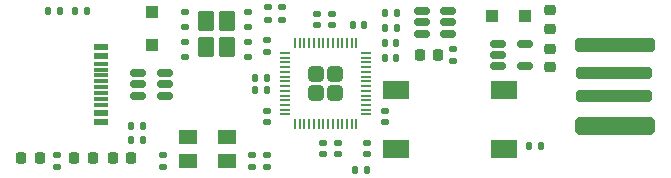
<source format=gbr>
%TF.GenerationSoftware,KiCad,Pcbnew,7.0.2-0*%
%TF.CreationDate,2023-12-30T15:56:12-08:00*%
%TF.ProjectId,uart-friend2-usb,75617274-2d66-4726-9965-6e64322d7573,rev?*%
%TF.SameCoordinates,PX7735940PY6e263e0*%
%TF.FileFunction,Paste,Top*%
%TF.FilePolarity,Positive*%
%FSLAX46Y46*%
G04 Gerber Fmt 4.6, Leading zero omitted, Abs format (unit mm)*
G04 Created by KiCad (PCBNEW 7.0.2-0) date 2023-12-30 15:56:12*
%MOMM*%
%LPD*%
G01*
G04 APERTURE LIST*
G04 Aperture macros list*
%AMRoundRect*
0 Rectangle with rounded corners*
0 $1 Rounding radius*
0 $2 $3 $4 $5 $6 $7 $8 $9 X,Y pos of 4 corners*
0 Add a 4 corners polygon primitive as box body*
4,1,4,$2,$3,$4,$5,$6,$7,$8,$9,$2,$3,0*
0 Add four circle primitives for the rounded corners*
1,1,$1+$1,$2,$3*
1,1,$1+$1,$4,$5*
1,1,$1+$1,$6,$7*
1,1,$1+$1,$8,$9*
0 Add four rect primitives between the rounded corners*
20,1,$1+$1,$2,$3,$4,$5,0*
20,1,$1+$1,$4,$5,$6,$7,0*
20,1,$1+$1,$6,$7,$8,$9,0*
20,1,$1+$1,$8,$9,$2,$3,0*%
%AMOutline5P*
0 Free polygon, 5 corners , with rotation*
0 The origin of the aperture is its center*
0 number of corners: always 5*
0 $1 to $10 corner X, Y*
0 $11 Rotation angle, in degrees counterclockwise*
0 create outline with 5 corners*
4,1,5,$1,$2,$3,$4,$5,$6,$7,$8,$9,$10,$1,$2,$11*%
%AMOutline6P*
0 Free polygon, 6 corners , with rotation*
0 The origin of the aperture is its center*
0 number of corners: always 6*
0 $1 to $12 corner X, Y*
0 $13 Rotation angle, in degrees counterclockwise*
0 create outline with 6 corners*
4,1,6,$1,$2,$3,$4,$5,$6,$7,$8,$9,$10,$11,$12,$1,$2,$13*%
%AMOutline7P*
0 Free polygon, 7 corners , with rotation*
0 The origin of the aperture is its center*
0 number of corners: always 7*
0 $1 to $14 corner X, Y*
0 $15 Rotation angle, in degrees counterclockwise*
0 create outline with 7 corners*
4,1,7,$1,$2,$3,$4,$5,$6,$7,$8,$9,$10,$11,$12,$13,$14,$1,$2,$15*%
%AMOutline8P*
0 Free polygon, 8 corners , with rotation*
0 The origin of the aperture is its center*
0 number of corners: always 8*
0 $1 to $16 corner X, Y*
0 $17 Rotation angle, in degrees counterclockwise*
0 create outline with 8 corners*
4,1,8,$1,$2,$3,$4,$5,$6,$7,$8,$9,$10,$11,$12,$13,$14,$15,$16,$1,$2,$17*%
G04 Aperture macros list end*
%ADD10R,1.240000X0.600000*%
%ADD11R,1.240000X0.300000*%
%ADD12RoundRect,0.135000X0.135000X0.185000X-0.135000X0.185000X-0.135000X-0.185000X0.135000X-0.185000X0*%
%ADD13RoundRect,0.218750X-0.218750X-0.256250X0.218750X-0.256250X0.218750X0.256250X-0.218750X0.256250X0*%
%ADD14RoundRect,0.250000X-0.300000X0.300000X-0.300000X-0.300000X0.300000X-0.300000X0.300000X0.300000X0*%
%ADD15R,1.600000X1.300000*%
%ADD16RoundRect,0.050000X-0.050000X-0.387500X0.050000X-0.387500X0.050000X0.387500X-0.050000X0.387500X0*%
%ADD17RoundRect,0.050000X-0.387500X-0.050000X0.387500X-0.050000X0.387500X0.050000X-0.387500X0.050000X0*%
%ADD18RoundRect,0.249999X-0.395001X-0.395001X0.395001X-0.395001X0.395001X0.395001X-0.395001X0.395001X0*%
%ADD19RoundRect,0.140000X-0.170000X0.140000X-0.170000X-0.140000X0.170000X-0.140000X0.170000X0.140000X0*%
%ADD20RoundRect,0.135000X-0.135000X-0.185000X0.135000X-0.185000X0.135000X0.185000X-0.135000X0.185000X0*%
%ADD21RoundRect,0.140000X0.170000X-0.140000X0.170000X0.140000X-0.170000X0.140000X-0.170000X-0.140000X0*%
%ADD22RoundRect,0.140000X-0.140000X-0.170000X0.140000X-0.170000X0.140000X0.170000X-0.140000X0.170000X0*%
%ADD23RoundRect,0.135000X-0.185000X0.135000X-0.185000X-0.135000X0.185000X-0.135000X0.185000X0.135000X0*%
%ADD24R,2.180000X1.600000*%
%ADD25RoundRect,0.150000X-0.512500X-0.150000X0.512500X-0.150000X0.512500X0.150000X-0.512500X0.150000X0*%
%ADD26RoundRect,0.250000X-0.435000X-0.615000X0.435000X-0.615000X0.435000X0.615000X-0.435000X0.615000X0*%
%ADD27RoundRect,0.125000X-0.250000X-0.125000X0.250000X-0.125000X0.250000X0.125000X-0.250000X0.125000X0*%
%ADD28RoundRect,0.135000X0.185000X-0.135000X0.185000X0.135000X-0.185000X0.135000X-0.185000X-0.135000X0*%
%ADD29Outline8P,-3.375000X0.375000X-3.125000X0.625000X3.125000X0.625000X3.375000X0.375000X3.375000X-0.375000X3.125000X-0.625000X-3.125000X-0.625000X-3.375000X-0.375000X180.000000*%
%ADD30Outline8P,-3.250000X0.300000X-3.050000X0.500000X3.050000X0.500000X3.250000X0.300000X3.250000X-0.300000X3.050000X-0.500000X-3.050000X-0.500000X-3.250000X-0.300000X180.000000*%
%ADD31Outline8P,-3.375000X0.450000X-3.075000X0.750000X3.075000X0.750000X3.375000X0.450000X3.375000X-0.450000X3.075000X-0.750000X-3.075000X-0.750000X-3.375000X-0.450000X180.000000*%
%ADD32RoundRect,0.225000X-0.250000X0.225000X-0.250000X-0.225000X0.250000X-0.225000X0.250000X0.225000X0*%
%ADD33RoundRect,0.150000X0.512500X0.150000X-0.512500X0.150000X-0.512500X-0.150000X0.512500X-0.150000X0*%
%ADD34RoundRect,0.225000X0.250000X-0.225000X0.250000X0.225000X-0.250000X0.225000X-0.250000X-0.225000X0*%
%ADD35RoundRect,0.250000X0.300000X0.300000X-0.300000X0.300000X-0.300000X-0.300000X0.300000X-0.300000X0*%
G04 APERTURE END LIST*
D10*
%TO.C,J1*%
X7475000Y11200000D03*
X7475000Y10400000D03*
D11*
X7475000Y9250000D03*
X7475000Y8250000D03*
X7475000Y7750000D03*
X7475000Y6750000D03*
D10*
X7475000Y5600000D03*
X7475000Y4800000D03*
X7475000Y4800000D03*
X7475000Y5600000D03*
D11*
X7475000Y6250000D03*
X7475000Y7250000D03*
X7475000Y8750000D03*
X7475000Y9750000D03*
D10*
X7475000Y10400000D03*
X7475000Y11200000D03*
%TD*%
D12*
%TO.C,R13*%
X11010000Y3250000D03*
X9990000Y3250000D03*
%TD*%
D13*
%TO.C,D6*%
X2287500Y1750000D03*
X712500Y1750000D03*
%TD*%
%TO.C,D5*%
X34462500Y10500000D03*
X36037500Y10500000D03*
%TD*%
%TO.C,D4*%
X6787500Y1750000D03*
X5212500Y1750000D03*
%TD*%
%TO.C,D3*%
X10037500Y1750000D03*
X8462500Y1750000D03*
%TD*%
D14*
%TO.C,D1*%
X11750000Y14150000D03*
X11750000Y11350000D03*
%TD*%
D15*
%TO.C,Y1*%
X18150000Y3500000D03*
X14850000Y3500000D03*
X14850000Y1500000D03*
X18150000Y1500000D03*
%TD*%
D16*
%TO.C,U1*%
X23900000Y11487500D03*
X24300000Y11487500D03*
X24700000Y11487500D03*
X25100000Y11487500D03*
X25500000Y11487500D03*
X25900000Y11487500D03*
X26300000Y11487500D03*
X26700000Y11487500D03*
X27100000Y11487500D03*
X27500000Y11487500D03*
X27900000Y11487500D03*
X28300000Y11487500D03*
X28700000Y11487500D03*
X29100000Y11487500D03*
D17*
X29937500Y10650000D03*
X29937500Y10250000D03*
X29937500Y9850000D03*
X29937500Y9450000D03*
X29937500Y9050000D03*
X29937500Y8650000D03*
X29937500Y8250000D03*
X29937500Y7850000D03*
X29937500Y7450000D03*
X29937500Y7050000D03*
X29937500Y6650000D03*
X29937500Y6250000D03*
X29937500Y5850000D03*
X29937500Y5450000D03*
D16*
X29100000Y4612500D03*
X28700000Y4612500D03*
X28300000Y4612500D03*
X27900000Y4612500D03*
X27500000Y4612500D03*
X27100000Y4612500D03*
X26700000Y4612500D03*
X26300000Y4612500D03*
X25900000Y4612500D03*
X25500000Y4612500D03*
X25100000Y4612500D03*
X24700000Y4612500D03*
X24300000Y4612500D03*
X23900000Y4612500D03*
D17*
X23062500Y5450000D03*
X23062500Y5850000D03*
X23062500Y6250000D03*
X23062500Y6650000D03*
X23062500Y7050000D03*
X23062500Y7450000D03*
X23062500Y7850000D03*
X23062500Y8250000D03*
X23062500Y8650000D03*
X23062500Y9050000D03*
X23062500Y9450000D03*
X23062500Y9850000D03*
X23062500Y10250000D03*
X23062500Y10650000D03*
D18*
X27300000Y7250000D03*
X27300000Y8850000D03*
X25700000Y7250000D03*
X25700000Y8850000D03*
%TD*%
D12*
%TO.C,R1*%
X32510000Y14000000D03*
X31490000Y14000000D03*
%TD*%
%TO.C,R14*%
X11010000Y4500000D03*
X9990000Y4500000D03*
%TD*%
D19*
%TO.C,C15*%
X20250000Y1980000D03*
X20250000Y1020000D03*
%TD*%
D12*
%TO.C,R8*%
X30010000Y750000D03*
X28990000Y750000D03*
%TD*%
D20*
%TO.C,R12*%
X43740000Y2750000D03*
X44760000Y2750000D03*
%TD*%
D12*
%TO.C,R10*%
X4010000Y14250000D03*
X2990000Y14250000D03*
%TD*%
D21*
%TO.C,C14*%
X12750000Y1020000D03*
X12750000Y1980000D03*
%TD*%
D22*
%TO.C,C1*%
X31520000Y11500000D03*
X32480000Y11500000D03*
%TD*%
D23*
%TO.C,R3*%
X21600000Y14510000D03*
X21600000Y13490000D03*
%TD*%
D22*
%TO.C,C2*%
X31520000Y10250000D03*
X32480000Y10250000D03*
%TD*%
D23*
%TO.C,R15*%
X37250000Y11010000D03*
X37250000Y9990000D03*
%TD*%
D24*
%TO.C,SW2*%
X41590000Y2550000D03*
X32410000Y2550000D03*
%TD*%
D19*
%TO.C,C5*%
X21500000Y5730000D03*
X21500000Y4770000D03*
%TD*%
%TO.C,C16*%
X30000000Y3030000D03*
X30000000Y2070000D03*
%TD*%
%TO.C,C3*%
X31500000Y5730000D03*
X31500000Y4770000D03*
%TD*%
D23*
%TO.C,R7*%
X21500000Y2010000D03*
X21500000Y990000D03*
%TD*%
D20*
%TO.C,R9*%
X5240000Y14250000D03*
X6260000Y14250000D03*
%TD*%
D22*
%TO.C,C9*%
X28770000Y13000000D03*
X29730000Y13000000D03*
%TD*%
D25*
%TO.C,U3*%
X36887500Y14200000D03*
X36887500Y13250000D03*
X36887500Y12300000D03*
X34612500Y12300000D03*
X34612500Y13250000D03*
X34612500Y14200000D03*
%TD*%
%TO.C,U4*%
X41112500Y11450000D03*
X41112500Y10500000D03*
X41112500Y9550000D03*
X43387500Y9550000D03*
X43387500Y11450000D03*
%TD*%
D26*
%TO.C,U2*%
X16400000Y13325000D03*
X16400000Y11175000D03*
X18100000Y13325000D03*
X18100000Y11175000D03*
D27*
X14550000Y14155000D03*
X14550000Y12885000D03*
X14550000Y11615000D03*
X14550000Y10345000D03*
X19950000Y10345000D03*
X19950000Y11615000D03*
X19950000Y12885000D03*
X19950000Y14155000D03*
%TD*%
D28*
%TO.C,R4*%
X22800000Y13490000D03*
X22800000Y14510000D03*
%TD*%
D29*
%TO.C,P1*%
X51016880Y11372580D03*
D30*
X50891880Y8997580D03*
X50891880Y6997580D03*
D31*
X51016880Y4497580D03*
%TD*%
D32*
%TO.C,C12*%
X45500000Y11025000D03*
X45500000Y9475000D03*
%TD*%
D12*
%TO.C,R2*%
X32510000Y12750000D03*
X31490000Y12750000D03*
%TD*%
D24*
%TO.C,SW1*%
X41590000Y7550000D03*
X32410000Y7550000D03*
%TD*%
D33*
%TO.C,U5*%
X12887500Y7050000D03*
X12887500Y8000000D03*
X12887500Y8950000D03*
X10612500Y8950000D03*
X10612500Y8000000D03*
X10612500Y7050000D03*
%TD*%
D19*
%TO.C,C4*%
X26250000Y3030000D03*
X26250000Y2070000D03*
%TD*%
D21*
%TO.C,C7*%
X27000000Y13020000D03*
X27000000Y13980000D03*
%TD*%
%TO.C,C10*%
X25750000Y13020000D03*
X25750000Y13980000D03*
%TD*%
D12*
%TO.C,R6*%
X21510000Y8500000D03*
X20490000Y8500000D03*
%TD*%
D34*
%TO.C,C13*%
X45500000Y12725000D03*
X45500000Y14275000D03*
%TD*%
D19*
%TO.C,C11*%
X27500000Y3030000D03*
X27500000Y2070000D03*
%TD*%
D35*
%TO.C,D2*%
X43400000Y13750000D03*
X40600000Y13750000D03*
%TD*%
D23*
%TO.C,R16*%
X3750000Y2010000D03*
X3750000Y990000D03*
%TD*%
D12*
%TO.C,R5*%
X21510000Y7500000D03*
X20490000Y7500000D03*
%TD*%
D21*
%TO.C,C6*%
X21500000Y10770000D03*
X21500000Y11730000D03*
%TD*%
M02*

</source>
